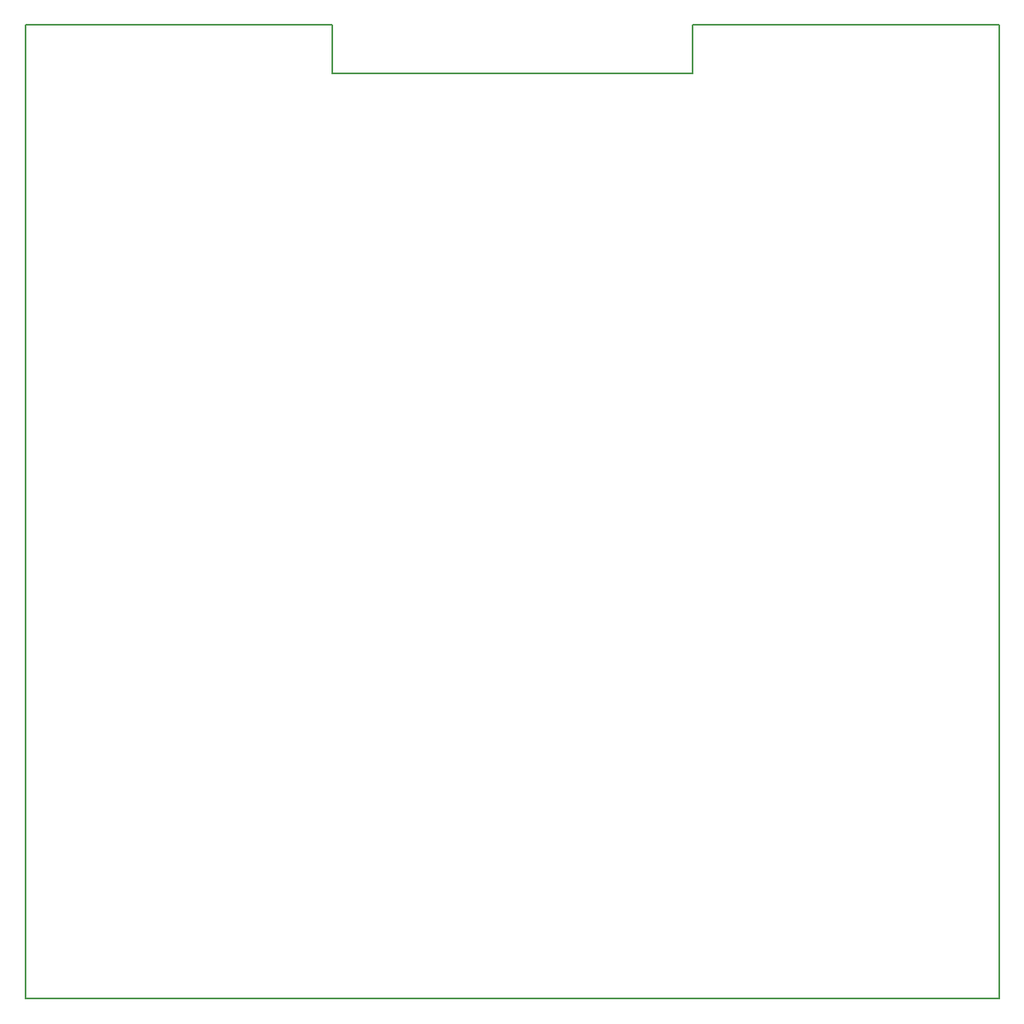
<source format=gbo>
G04*
G04 #@! TF.GenerationSoftware,Altium Limited,Altium Designer,23.6.0 (18)*
G04*
G04 Layer_Color=32896*
%FSLAX44Y44*%
%MOMM*%
G71*
G04*
G04 #@! TF.SameCoordinates,AADCE73A-F72B-4A01-A8B1-447CC9BFCAD9*
G04*
G04*
G04 #@! TF.FilePolarity,Positive*
G04*
G01*
G75*
%ADD10C,0.2000*%
D10*
X-0Y0D02*
X1000000D01*
Y1000000D01*
X685000D02*
X1000000D01*
X685000Y950000D02*
Y1000000D01*
X315000Y950000D02*
X685000D01*
X315000D02*
Y1000000D01*
X-0D02*
X315000D01*
X-0Y0D02*
Y1000000D01*
M02*

</source>
